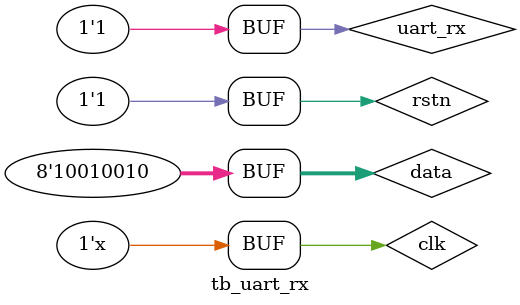
<source format=v>
module uart_rx#(
    parameter RX_DATA_WIDTH = 8,
    parameter BAUD_RATE     = 115200,
    parameter SYS_CLK_FREQ  = 50_000_000
)(
    input sysclk,
    input rstn,

    input uart_rx,

    output reg [RX_DATA_WIDTH - 1 : 0] uart_rx_data,

    output reg uart_rx_data_valid // 接收数据有效
);

localparam BIT_PERIOD = SYS_CLK_FREQ / BAUD_RATE;// 一个bit的周期

/*------------检测下降沿：打两拍--------*/
reg uart_rx_d0, uart_rx_d1;
wire flag_rx_negedge;

always @(posedge sysclk) begin
    if(~rstn) begin
        uart_rx_d0 <= 1'b0;
        uart_rx_d1 <= 1'b0;
    end
    else begin
        uart_rx_d0 <= uart_rx;
        uart_rx_d1 <= uart_rx_d0;
    end
end

assign flag_rx_negedge = (uart_rx_d1) & (~uart_rx_d0);






/*--------------------计数器------------------*/
reg [31:0] cnt_cycle;//用来计数1个bit的所需要的周期

always @(posedge sysclk) begin
    if(~rstn) begin
        cnt_cycle <= 32'b0;
    end
    else begin
        case(state)
        START, DATA, STOP: begin//在这三个状态下才开始计数
            if(cnt_cycle == BIT_PERIOD - 1)
                cnt_cycle <= 32'b0;
            else
                cnt_cycle <= cnt_cycle + 1;
        end
        default: cnt_cycle <= 32'b0;
        endcase
    end
end


reg [7:0] cnt_bit;//计数器，用来计数8个bit

always @(posedge sysclk) begin
    if(~rstn) begin
        cnt_bit <= 8'b0;
    end
    else begin
        case(state)
        DATA: begin
            if(cnt_cycle == BIT_PERIOD - 1)
                if(cnt_bit  == RX_DATA_WIDTH - 1)
                    cnt_bit <= 8'b0;
                else
                    cnt_bit <= cnt_bit + 1;
            else 
                cnt_bit <= cnt_bit;
        end
        default: cnt_bit <= 8'b0;
        endcase
    end
end






/*------------------状态机-------------*/

reg [3:0] state, next_state;

localparam    IDLE  = 4'b0001,
              START = 4'b0010,//起始位
              DATA  = 4'b0100,//数据位
              STOP  = 4'b1000;//停止位

always @(posedge sysclk) begin
    if(~rstn) begin
        state <= IDLE;
    end 
    else begin
        state <= next_state;
    end
end

always @(*) begin
    case(state)
    IDLE: begin
        if(flag_rx_negedge) 
            next_state = START;
        else
            next_state = IDLE;
    end
    START: begin
        if(cnt_cycle == BIT_PERIOD - 1  ) // 1个bit的周期
            next_state = DATA;
        else
            next_state = START;
    end
    DATA: begin
        if(cnt_cycle ==  BIT_PERIOD - 1  &&  cnt_bit == RX_DATA_WIDTH - 1)
            next_state = STOP;
        else
            next_state = DATA;
    end
    STOP: begin
        if(cnt_cycle == BIT_PERIOD - 1)
            next_state = IDLE;
        else
            next_state = STOP;
    end
    default: next_state = IDLE;
    endcase
end





/*------------------接收数据-----------------*/
always @(negedge sysclk) begin
    if(~rstn) begin
        uart_rx_data <= 8'b0;
    end
    else begin
        if(state == DATA)
            if(cnt_cycle == BIT_PERIOD / 2 - 1)//在数据的中心位置采样
                uart_rx_data <= {uart_rx,uart_rx_data[RX_DATA_WIDTH - 1 : 1]};//数据从低位开始传输
        else 
            uart_rx_data <= uart_rx_data;
    end
end



/*------------------接收数据有效-----------------*/

always @(posedge sysclk) begin
    if(~rstn) begin
        uart_rx_data_valid <= 1'b0;
    end
    else begin
        if(state == STOP)
            if(cnt_cycle == BIT_PERIOD - 1)
                uart_rx_data_valid <= 1'b1;
        else
            uart_rx_data_valid <= 1'b0;
    end
end

endmodule















`timescale 1ns/1ns

module tb_uart_rx#(
    parameter RX_DATA_WIDTH = 8,
    parameter BAUD_RATE     = 115200,
    parameter SYS_CLK_FREQ  = 50_000_000
)();

localparam delay_bit = 20 * SYS_CLK_FREQ / BAUD_RATE;

reg clk;
reg rstn;
reg uart_rx;

wire [7:0] uart_rx_data;
wire uart_rx_data_valid;


uart_rx uart_rx_inst(
    .sysclk(clk),
    .rstn(rstn),

    .uart_rx(uart_rx),

    .uart_rx_data(uart_rx_data),

    .uart_rx_data_valid(uart_rx_data_valid) // 接收数据有效
);

initial begin
    clk = 1;
end

always #10 clk = ~clk;

initial begin
    rstn = 0;
    #100
    rstn = 1;
end

reg [7:0] data = 8'b1001_0010;

initial begin
    uart_rx = 1;
    #300
    uart_rx = 0;       #delay_bit//起始位

    uart_rx = data[0]; #delay_bit
    uart_rx = data[1]; #delay_bit
    uart_rx = data[2]; #delay_bit
    uart_rx = data[3]; #delay_bit
    uart_rx = data[4]; #delay_bit
    uart_rx = data[5]; #delay_bit
    uart_rx = data[6]; #delay_bit
    uart_rx = data[7]; 

    uart_rx = 1;       //停止位
end

endmodule
</source>
